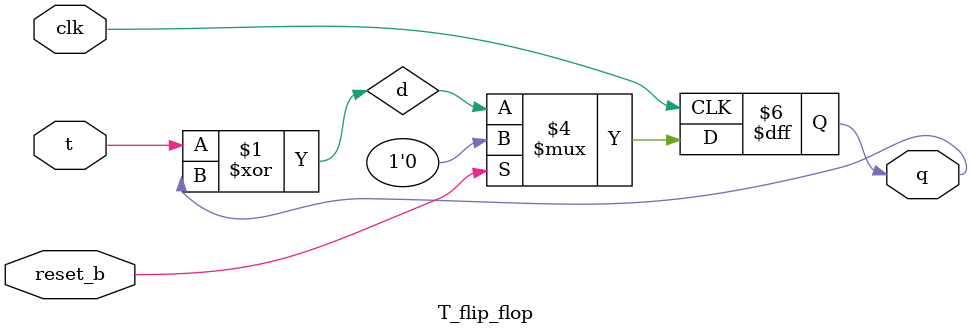
<source format=sv>
module part1 (Clock, Enable, Reset, CounterValue);

	input logic Clock, Enable, Reset;
	output logic [7:0] CounterValue;
	logic w1, w2, w3, w4, w5, w6, w7;
	
	T_flip_flop u0(.clk(Clock), .reset_b(Reset), .t(Enable), .q(CounterValue[0]));
	assign w1 = Enable&CounterValue[0];
	T_flip_flop u1(.clk(Clock), .reset_b(Reset), .t(w1), .q(CounterValue[1]));
	assign w2 = w1&CounterValue[1];
	T_flip_flop u2(.clk(Clock), .reset_b(Reset), .t(w2), .q(CounterValue[2]));
	assign w3 = w2&CounterValue[2];
	T_flip_flop u3(.clk(Clock), .reset_b(Reset), .t(w3), .q(CounterValue[3]));
	assign w4 = w3&CounterValue[3];
	T_flip_flop u4(.clk(Clock), .reset_b(Reset), .t(w4), .q(CounterValue[4]));
	assign w5 = w4&CounterValue[4];
	T_flip_flop u5(.clk(Clock), .reset_b(Reset), .t(w5), .q(CounterValue[5]));
	assign w6 = w5&CounterValue[5];
	T_flip_flop u6(.clk(Clock), .reset_b(Reset), .t(w6), .q(CounterValue[6]));
	assign w7 = w6&CounterValue[6];
	T_flip_flop u7(.clk(Clock), .reset_b(Reset), .t(w7), .q(CounterValue[7]));
endmodule 

module T_flip_flop (input logic clk ,input logic reset_b ,input logic t,
			output logic q);
	logic d;
	assign d = t^q;
	always_ff @ (posedge clk)
	begin
		if (reset_b) q <= 1'b0;
		else q <= d;
	end
endmodule 
</source>
